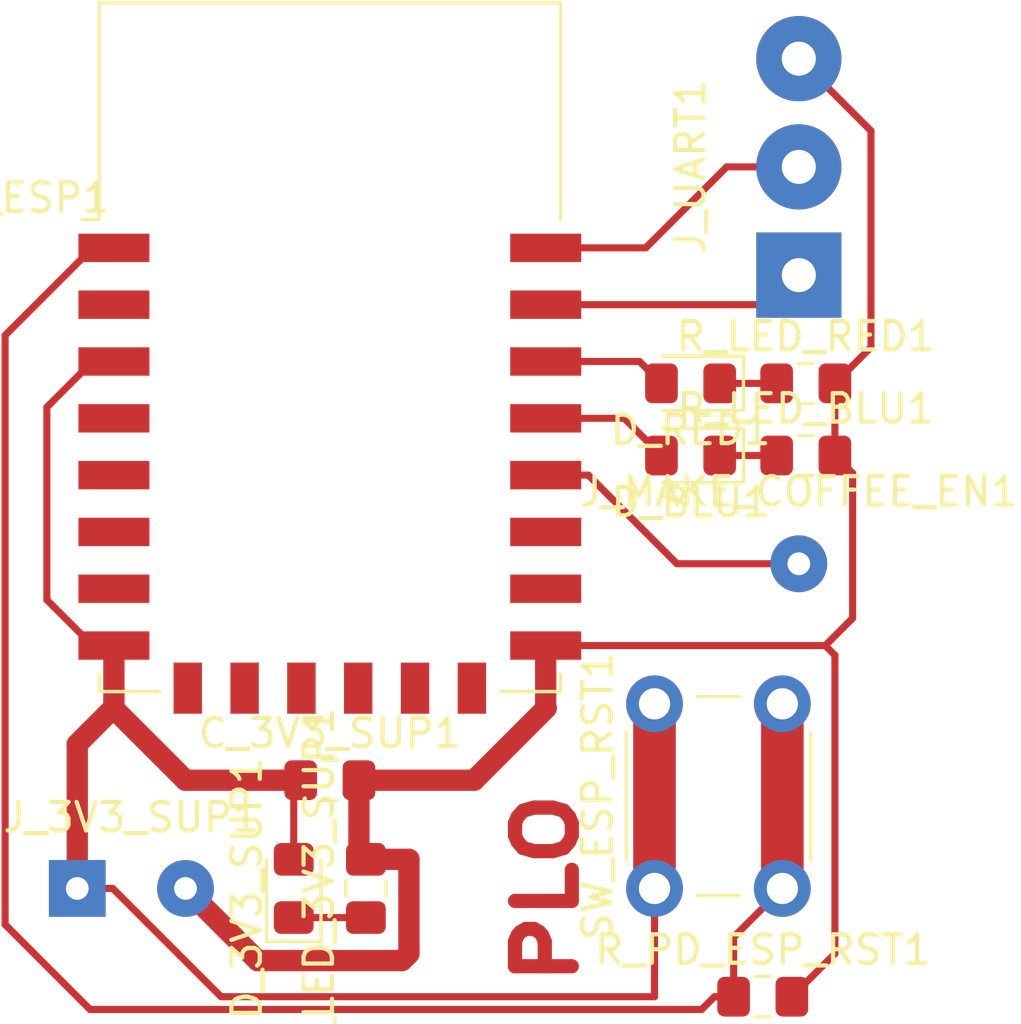
<source format=kicad_pcb>
(kicad_pcb (version 20171130) (host pcbnew "(5.0.1-3-g963ef8bb5)")

  (general
    (thickness 1.6)
    (drawings 1)
    (tracks 67)
    (zones 0)
    (modules 13)
    (nets 25)
  )

  (page A4)
  (layers
    (0 F.Cu signal)
    (31 B.Cu signal)
    (32 B.Adhes user)
    (33 F.Adhes user)
    (34 B.Paste user)
    (35 F.Paste user)
    (36 B.SilkS user)
    (37 F.SilkS user hide)
    (38 B.Mask user)
    (39 F.Mask user)
    (40 Dwgs.User user)
    (41 Cmts.User user)
    (42 Eco1.User user)
    (43 Eco2.User user)
    (44 Edge.Cuts user)
    (45 Margin user)
    (46 B.CrtYd user)
    (47 F.CrtYd user)
    (48 B.Fab user)
    (49 F.Fab user hide)
  )

  (setup
    (last_trace_width 0.25)
    (trace_clearance 0.2)
    (zone_clearance 0.508)
    (zone_45_only no)
    (trace_min 0.2)
    (segment_width 0.2)
    (edge_width 0.15)
    (via_size 0.8)
    (via_drill 0.4)
    (via_min_size 0.4)
    (via_min_drill 0.3)
    (uvia_size 0.3)
    (uvia_drill 0.1)
    (uvias_allowed no)
    (uvia_min_size 0.2)
    (uvia_min_drill 0.1)
    (pcb_text_width 0.3)
    (pcb_text_size 1.5 1.5)
    (mod_edge_width 0.15)
    (mod_text_size 1 1)
    (mod_text_width 0.15)
    (pad_size 1.524 1.524)
    (pad_drill 0.762)
    (pad_to_mask_clearance 0.051)
    (solder_mask_min_width 0.25)
    (aux_axis_origin 0 0)
    (visible_elements FFFFFF7F)
    (pcbplotparams
      (layerselection 0x010fc_ffffffff)
      (usegerberextensions false)
      (usegerberattributes false)
      (usegerberadvancedattributes false)
      (creategerberjobfile false)
      (excludeedgelayer true)
      (linewidth 0.100000)
      (plotframeref false)
      (viasonmask false)
      (mode 1)
      (useauxorigin false)
      (hpglpennumber 1)
      (hpglpenspeed 20)
      (hpglpendiameter 15.000000)
      (psnegative false)
      (psa4output false)
      (plotreference true)
      (plotvalue true)
      (plotinvisibletext false)
      (padsonsilk false)
      (subtractmaskfromsilk false)
      (outputformat 1)
      (mirror false)
      (drillshape 1)
      (scaleselection 1)
      (outputdirectory ""))
  )

  (net 0 "")
  (net 1 +3V3)
  (net 2 GND)
  (net 3 "Net-(D_3V3_SUP1-Pad1)")
  (net 4 LED_BLU)
  (net 5 "Net-(D_BLU1-Pad1)")
  (net 6 "Net-(D_RED1-Pad1)")
  (net 7 LED_RED)
  (net 8 MAKE_COFFEE_EN)
  (net 9 UART_RXD)
  (net 10 UART_TXD)
  (net 11 ESP_RST)
  (net 12 "Net-(U_ESP1-Pad2)")
  (net 13 "Net-(U_ESP1-Pad4)")
  (net 14 "Net-(U_ESP1-Pad5)")
  (net 15 "Net-(U_ESP1-Pad6)")
  (net 16 "Net-(U_ESP1-Pad7)")
  (net 17 "Net-(U_ESP1-Pad9)")
  (net 18 "Net-(U_ESP1-Pad10)")
  (net 19 "Net-(U_ESP1-Pad11)")
  (net 20 "Net-(U_ESP1-Pad12)")
  (net 21 "Net-(U_ESP1-Pad13)")
  (net 22 "Net-(U_ESP1-Pad14)")
  (net 23 "Net-(U_ESP1-Pad16)")
  (net 24 "Net-(U_ESP1-Pad17)")

  (net_class Default "This is the default net class."
    (clearance 0.2)
    (trace_width 0.25)
    (via_dia 0.8)
    (via_drill 0.4)
    (uvia_dia 0.3)
    (uvia_drill 0.1)
    (add_net +3V3)
    (add_net ESP_RST)
    (add_net GND)
    (add_net LED_BLU)
    (add_net LED_RED)
    (add_net MAKE_COFFEE_EN)
    (add_net "Net-(D_3V3_SUP1-Pad1)")
    (add_net "Net-(D_BLU1-Pad1)")
    (add_net "Net-(D_RED1-Pad1)")
    (add_net "Net-(U_ESP1-Pad10)")
    (add_net "Net-(U_ESP1-Pad11)")
    (add_net "Net-(U_ESP1-Pad12)")
    (add_net "Net-(U_ESP1-Pad13)")
    (add_net "Net-(U_ESP1-Pad14)")
    (add_net "Net-(U_ESP1-Pad16)")
    (add_net "Net-(U_ESP1-Pad17)")
    (add_net "Net-(U_ESP1-Pad2)")
    (add_net "Net-(U_ESP1-Pad4)")
    (add_net "Net-(U_ESP1-Pad5)")
    (add_net "Net-(U_ESP1-Pad6)")
    (add_net "Net-(U_ESP1-Pad7)")
    (add_net "Net-(U_ESP1-Pad9)")
    (add_net UART_RXD)
    (add_net UART_TXD)
  )

  (module RF_Module:ESP-12E (layer F.Cu) (tedit 5A030172) (tstamp 5C4076F1)
    (at 109.22 52.07)
    (descr "Wi-Fi Module, http://wiki.ai-thinker.com/_media/esp8266/docs/aithinker_esp_12f_datasheet_en.pdf")
    (tags "Wi-Fi Module")
    (path /5C28199C)
    (attr smd)
    (fp_text reference U_ESP1 (at -10.56 -5.26) (layer F.SilkS)
      (effects (font (size 1 1) (thickness 0.15)))
    )
    (fp_text value ESP8266-12E_ESP-12E (at -0.06 -12.78) (layer F.Fab)
      (effects (font (size 1 1) (thickness 0.15)))
    )
    (fp_text user Antenna (at -0.06 -7 180) (layer Cmts.User)
      (effects (font (size 1 1) (thickness 0.15)))
    )
    (fp_text user "KEEP-OUT ZONE" (at 0.03 -9.55 180) (layer Cmts.User)
      (effects (font (size 1 1) (thickness 0.15)))
    )
    (fp_text user %R (at 0.49 -0.8) (layer F.Fab)
      (effects (font (size 1 1) (thickness 0.15)))
    )
    (fp_line (start -8 -12) (end 8 -12) (layer F.Fab) (width 0.12))
    (fp_line (start 8 -12) (end 8 12) (layer F.Fab) (width 0.12))
    (fp_line (start 8 12) (end -8 12) (layer F.Fab) (width 0.12))
    (fp_line (start -8 12) (end -8 -3) (layer F.Fab) (width 0.12))
    (fp_line (start -8 -3) (end -7.5 -3.5) (layer F.Fab) (width 0.12))
    (fp_line (start -7.5 -3.5) (end -8 -4) (layer F.Fab) (width 0.12))
    (fp_line (start -8 -4) (end -8 -12) (layer F.Fab) (width 0.12))
    (fp_line (start -9.05 -12.2) (end 9.05 -12.2) (layer F.CrtYd) (width 0.05))
    (fp_line (start 9.05 -12.2) (end 9.05 13.1) (layer F.CrtYd) (width 0.05))
    (fp_line (start 9.05 13.1) (end -9.05 13.1) (layer F.CrtYd) (width 0.05))
    (fp_line (start -9.05 13.1) (end -9.05 -12.2) (layer F.CrtYd) (width 0.05))
    (fp_line (start -8.12 -12.12) (end 8.12 -12.12) (layer F.SilkS) (width 0.12))
    (fp_line (start 8.12 -12.12) (end 8.12 -4.5) (layer F.SilkS) (width 0.12))
    (fp_line (start 8.12 11.5) (end 8.12 12.12) (layer F.SilkS) (width 0.12))
    (fp_line (start 8.12 12.12) (end 6 12.12) (layer F.SilkS) (width 0.12))
    (fp_line (start -6 12.12) (end -8.12 12.12) (layer F.SilkS) (width 0.12))
    (fp_line (start -8.12 12.12) (end -8.12 11.5) (layer F.SilkS) (width 0.12))
    (fp_line (start -8.12 -4.5) (end -8.12 -12.12) (layer F.SilkS) (width 0.12))
    (fp_line (start -8.12 -4.5) (end -8.73 -4.5) (layer F.SilkS) (width 0.12))
    (fp_line (start -8.12 -12.12) (end 8.12 -12.12) (layer Dwgs.User) (width 0.12))
    (fp_line (start 8.12 -12.12) (end 8.12 -4.8) (layer Dwgs.User) (width 0.12))
    (fp_line (start 8.12 -4.8) (end -8.12 -4.8) (layer Dwgs.User) (width 0.12))
    (fp_line (start -8.12 -4.8) (end -8.12 -12.12) (layer Dwgs.User) (width 0.12))
    (fp_line (start -8.12 -9.12) (end -5.12 -12.12) (layer Dwgs.User) (width 0.12))
    (fp_line (start -8.12 -6.12) (end -2.12 -12.12) (layer Dwgs.User) (width 0.12))
    (fp_line (start -6.44 -4.8) (end 0.88 -12.12) (layer Dwgs.User) (width 0.12))
    (fp_line (start -3.44 -4.8) (end 3.88 -12.12) (layer Dwgs.User) (width 0.12))
    (fp_line (start -0.44 -4.8) (end 6.88 -12.12) (layer Dwgs.User) (width 0.12))
    (fp_line (start 2.56 -4.8) (end 8.12 -10.36) (layer Dwgs.User) (width 0.12))
    (fp_line (start 5.56 -4.8) (end 8.12 -7.36) (layer Dwgs.User) (width 0.12))
    (pad 1 smd rect (at -7.6 -3.5) (size 2.5 1) (layers F.Cu F.Paste F.Mask)
      (net 11 ESP_RST))
    (pad 2 smd rect (at -7.6 -1.5) (size 2.5 1) (layers F.Cu F.Paste F.Mask)
      (net 12 "Net-(U_ESP1-Pad2)"))
    (pad 3 smd rect (at -7.6 0.5) (size 2.5 1) (layers F.Cu F.Paste F.Mask)
      (net 1 +3V3))
    (pad 4 smd rect (at -7.6 2.5) (size 2.5 1) (layers F.Cu F.Paste F.Mask)
      (net 13 "Net-(U_ESP1-Pad4)"))
    (pad 5 smd rect (at -7.6 4.5) (size 2.5 1) (layers F.Cu F.Paste F.Mask)
      (net 14 "Net-(U_ESP1-Pad5)"))
    (pad 6 smd rect (at -7.6 6.5) (size 2.5 1) (layers F.Cu F.Paste F.Mask)
      (net 15 "Net-(U_ESP1-Pad6)"))
    (pad 7 smd rect (at -7.6 8.5) (size 2.5 1) (layers F.Cu F.Paste F.Mask)
      (net 16 "Net-(U_ESP1-Pad7)"))
    (pad 8 smd rect (at -7.6 10.5) (size 2.5 1) (layers F.Cu F.Paste F.Mask)
      (net 1 +3V3))
    (pad 9 smd rect (at -5 12) (size 1 1.8) (layers F.Cu F.Paste F.Mask)
      (net 17 "Net-(U_ESP1-Pad9)"))
    (pad 10 smd rect (at -3 12) (size 1 1.8) (layers F.Cu F.Paste F.Mask)
      (net 18 "Net-(U_ESP1-Pad10)"))
    (pad 11 smd rect (at -1 12) (size 1 1.8) (layers F.Cu F.Paste F.Mask)
      (net 19 "Net-(U_ESP1-Pad11)"))
    (pad 12 smd rect (at 1 12) (size 1 1.8) (layers F.Cu F.Paste F.Mask)
      (net 20 "Net-(U_ESP1-Pad12)"))
    (pad 13 smd rect (at 3 12) (size 1 1.8) (layers F.Cu F.Paste F.Mask)
      (net 21 "Net-(U_ESP1-Pad13)"))
    (pad 14 smd rect (at 5 12) (size 1 1.8) (layers F.Cu F.Paste F.Mask)
      (net 22 "Net-(U_ESP1-Pad14)"))
    (pad 15 smd rect (at 7.6 10.5) (size 2.5 1) (layers F.Cu F.Paste F.Mask)
      (net 2 GND))
    (pad 16 smd rect (at 7.6 8.5) (size 2.5 1) (layers F.Cu F.Paste F.Mask)
      (net 23 "Net-(U_ESP1-Pad16)"))
    (pad 17 smd rect (at 7.6 6.5) (size 2.5 1) (layers F.Cu F.Paste F.Mask)
      (net 24 "Net-(U_ESP1-Pad17)"))
    (pad 18 smd rect (at 7.6 4.5) (size 2.5 1) (layers F.Cu F.Paste F.Mask)
      (net 8 MAKE_COFFEE_EN))
    (pad 19 smd rect (at 7.6 2.5) (size 2.5 1) (layers F.Cu F.Paste F.Mask)
      (net 4 LED_BLU))
    (pad 20 smd rect (at 7.6 0.5) (size 2.5 1) (layers F.Cu F.Paste F.Mask)
      (net 7 LED_RED))
    (pad 21 smd rect (at 7.6 -1.5) (size 2.5 1) (layers F.Cu F.Paste F.Mask)
      (net 9 UART_RXD))
    (pad 22 smd rect (at 7.6 -3.5) (size 2.5 1) (layers F.Cu F.Paste F.Mask)
      (net 10 UART_TXD))
    (model ${KISYS3DMOD}/RF_Module.3dshapes/ESP-12E.wrl
      (at (xyz 0 0 0))
      (scale (xyz 1 1 1))
      (rotate (xyz 0 0 0))
    )
  )

  (module Button_Switch_THT:SW_PUSH_6mm (layer F.Cu) (tedit 5A02FE31) (tstamp 5C409422)
    (at 120.65 71.12 90)
    (descr https://www.omron.com/ecb/products/pdf/en-b3f.pdf)
    (tags "tact sw push 6mm")
    (path /5C33F1D4)
    (fp_text reference SW_ESP_RST1 (at 3.25 -2 90) (layer F.SilkS)
      (effects (font (size 1 1) (thickness 0.15)))
    )
    (fp_text value SW_SPST (at 3.75 6.7 90) (layer F.Fab)
      (effects (font (size 1 1) (thickness 0.15)))
    )
    (fp_text user %R (at 3.25 2.25 90) (layer F.Fab)
      (effects (font (size 1 1) (thickness 0.15)))
    )
    (fp_line (start 3.25 -0.75) (end 6.25 -0.75) (layer F.Fab) (width 0.1))
    (fp_line (start 6.25 -0.75) (end 6.25 5.25) (layer F.Fab) (width 0.1))
    (fp_line (start 6.25 5.25) (end 0.25 5.25) (layer F.Fab) (width 0.1))
    (fp_line (start 0.25 5.25) (end 0.25 -0.75) (layer F.Fab) (width 0.1))
    (fp_line (start 0.25 -0.75) (end 3.25 -0.75) (layer F.Fab) (width 0.1))
    (fp_line (start 7.75 6) (end 8 6) (layer F.CrtYd) (width 0.05))
    (fp_line (start 8 6) (end 8 5.75) (layer F.CrtYd) (width 0.05))
    (fp_line (start 7.75 -1.5) (end 8 -1.5) (layer F.CrtYd) (width 0.05))
    (fp_line (start 8 -1.5) (end 8 -1.25) (layer F.CrtYd) (width 0.05))
    (fp_line (start -1.5 -1.25) (end -1.5 -1.5) (layer F.CrtYd) (width 0.05))
    (fp_line (start -1.5 -1.5) (end -1.25 -1.5) (layer F.CrtYd) (width 0.05))
    (fp_line (start -1.5 5.75) (end -1.5 6) (layer F.CrtYd) (width 0.05))
    (fp_line (start -1.5 6) (end -1.25 6) (layer F.CrtYd) (width 0.05))
    (fp_line (start -1.25 -1.5) (end 7.75 -1.5) (layer F.CrtYd) (width 0.05))
    (fp_line (start -1.5 5.75) (end -1.5 -1.25) (layer F.CrtYd) (width 0.05))
    (fp_line (start 7.75 6) (end -1.25 6) (layer F.CrtYd) (width 0.05))
    (fp_line (start 8 -1.25) (end 8 5.75) (layer F.CrtYd) (width 0.05))
    (fp_line (start 1 5.5) (end 5.5 5.5) (layer F.SilkS) (width 0.12))
    (fp_line (start -0.25 1.5) (end -0.25 3) (layer F.SilkS) (width 0.12))
    (fp_line (start 5.5 -1) (end 1 -1) (layer F.SilkS) (width 0.12))
    (fp_line (start 6.75 3) (end 6.75 1.5) (layer F.SilkS) (width 0.12))
    (fp_circle (center 3.25 2.25) (end 1.25 2.5) (layer F.Fab) (width 0.1))
    (pad 2 thru_hole circle (at 0 4.5 180) (size 2 2) (drill 1.1) (layers *.Cu *.Mask)
      (net 11 ESP_RST))
    (pad 1 thru_hole circle (at 0 0 180) (size 2 2) (drill 1.1) (layers *.Cu *.Mask)
      (net 1 +3V3))
    (pad 2 thru_hole circle (at 6.5 4.5 180) (size 2 2) (drill 1.1) (layers *.Cu *.Mask)
      (net 11 ESP_RST))
    (pad 1 thru_hole circle (at 6.5 0 180) (size 2 2) (drill 1.1) (layers *.Cu *.Mask)
      (net 1 +3V3))
    (model ${KISYS3DMOD}/Button_Switch_THT.3dshapes/SW_PUSH_6mm.wrl
      (at (xyz 0 0 0))
      (scale (xyz 1 1 1))
      (rotate (xyz 0 0 0))
    )
  )

  (module Capacitor_SMD:C_0805_2012Metric_Pad1.15x1.40mm_HandSolder (layer F.Cu) (tedit 5B36C52B) (tstamp 5C4075FE)
    (at 109.22 67.31)
    (descr "Capacitor SMD 0805 (2012 Metric), square (rectangular) end terminal, IPC_7351 nominal with elongated pad for handsoldering. (Body size source: https://docs.google.com/spreadsheets/d/1BsfQQcO9C6DZCsRaXUlFlo91Tg2WpOkGARC1WS5S8t0/edit?usp=sharing), generated with kicad-footprint-generator")
    (tags "capacitor handsolder")
    (path /5C3432B0)
    (attr smd)
    (fp_text reference C_3V3_SUP1 (at 0 -1.65) (layer F.SilkS)
      (effects (font (size 1 1) (thickness 0.15)))
    )
    (fp_text value 1u (at 0 1.65) (layer F.Fab)
      (effects (font (size 1 1) (thickness 0.15)))
    )
    (fp_line (start -1 0.6) (end -1 -0.6) (layer F.Fab) (width 0.1))
    (fp_line (start -1 -0.6) (end 1 -0.6) (layer F.Fab) (width 0.1))
    (fp_line (start 1 -0.6) (end 1 0.6) (layer F.Fab) (width 0.1))
    (fp_line (start 1 0.6) (end -1 0.6) (layer F.Fab) (width 0.1))
    (fp_line (start -0.261252 -0.71) (end 0.261252 -0.71) (layer F.SilkS) (width 0.12))
    (fp_line (start -0.261252 0.71) (end 0.261252 0.71) (layer F.SilkS) (width 0.12))
    (fp_line (start -1.85 0.95) (end -1.85 -0.95) (layer F.CrtYd) (width 0.05))
    (fp_line (start -1.85 -0.95) (end 1.85 -0.95) (layer F.CrtYd) (width 0.05))
    (fp_line (start 1.85 -0.95) (end 1.85 0.95) (layer F.CrtYd) (width 0.05))
    (fp_line (start 1.85 0.95) (end -1.85 0.95) (layer F.CrtYd) (width 0.05))
    (fp_text user %R (at 0 0) (layer F.Fab)
      (effects (font (size 0.5 0.5) (thickness 0.08)))
    )
    (pad 1 smd roundrect (at -1.025 0) (size 1.15 1.4) (layers F.Cu F.Paste F.Mask) (roundrect_rratio 0.217391)
      (net 1 +3V3))
    (pad 2 smd roundrect (at 1.025 0) (size 1.15 1.4) (layers F.Cu F.Paste F.Mask) (roundrect_rratio 0.217391)
      (net 2 GND))
    (model ${KISYS3DMOD}/Capacitor_SMD.3dshapes/C_0805_2012Metric.wrl
      (at (xyz 0 0 0))
      (scale (xyz 1 1 1))
      (rotate (xyz 0 0 0))
    )
  )

  (module LED_SMD:LED_0805_2012Metric_Pad1.15x1.40mm_HandSolder (layer F.Cu) (tedit 5B4B45C9) (tstamp 5C407611)
    (at 107.95 71.12 90)
    (descr "LED SMD 0805 (2012 Metric), square (rectangular) end terminal, IPC_7351 nominal, (Body size source: https://docs.google.com/spreadsheets/d/1BsfQQcO9C6DZCsRaXUlFlo91Tg2WpOkGARC1WS5S8t0/edit?usp=sharing), generated with kicad-footprint-generator")
    (tags "LED handsolder")
    (path /5C34226A)
    (attr smd)
    (fp_text reference D_3V3_SUP1 (at 0 -1.65 90) (layer F.SilkS)
      (effects (font (size 1 1) (thickness 0.15)))
    )
    (fp_text value LED (at 0 1.65 90) (layer F.Fab)
      (effects (font (size 1 1) (thickness 0.15)))
    )
    (fp_line (start 1 -0.6) (end -0.7 -0.6) (layer F.Fab) (width 0.1))
    (fp_line (start -0.7 -0.6) (end -1 -0.3) (layer F.Fab) (width 0.1))
    (fp_line (start -1 -0.3) (end -1 0.6) (layer F.Fab) (width 0.1))
    (fp_line (start -1 0.6) (end 1 0.6) (layer F.Fab) (width 0.1))
    (fp_line (start 1 0.6) (end 1 -0.6) (layer F.Fab) (width 0.1))
    (fp_line (start 1 -0.96) (end -1.86 -0.96) (layer F.SilkS) (width 0.12))
    (fp_line (start -1.86 -0.96) (end -1.86 0.96) (layer F.SilkS) (width 0.12))
    (fp_line (start -1.86 0.96) (end 1 0.96) (layer F.SilkS) (width 0.12))
    (fp_line (start -1.85 0.95) (end -1.85 -0.95) (layer F.CrtYd) (width 0.05))
    (fp_line (start -1.85 -0.95) (end 1.85 -0.95) (layer F.CrtYd) (width 0.05))
    (fp_line (start 1.85 -0.95) (end 1.85 0.95) (layer F.CrtYd) (width 0.05))
    (fp_line (start 1.85 0.95) (end -1.85 0.95) (layer F.CrtYd) (width 0.05))
    (fp_text user %R (at 0 0 90) (layer F.Fab)
      (effects (font (size 0.5 0.5) (thickness 0.08)))
    )
    (pad 1 smd roundrect (at -1.025 0 90) (size 1.15 1.4) (layers F.Cu F.Paste F.Mask) (roundrect_rratio 0.217391)
      (net 3 "Net-(D_3V3_SUP1-Pad1)"))
    (pad 2 smd roundrect (at 1.025 0 90) (size 1.15 1.4) (layers F.Cu F.Paste F.Mask) (roundrect_rratio 0.217391)
      (net 1 +3V3))
    (model ${KISYS3DMOD}/LED_SMD.3dshapes/LED_0805_2012Metric.wrl
      (at (xyz 0 0 0))
      (scale (xyz 1 1 1))
      (rotate (xyz 0 0 0))
    )
  )

  (module LED_SMD:LED_0805_2012Metric_Pad1.15x1.40mm_HandSolder (layer F.Cu) (tedit 5B4B45C9) (tstamp 5C407624)
    (at 121.92 55.88 180)
    (descr "LED SMD 0805 (2012 Metric), square (rectangular) end terminal, IPC_7351 nominal, (Body size source: https://docs.google.com/spreadsheets/d/1BsfQQcO9C6DZCsRaXUlFlo91Tg2WpOkGARC1WS5S8t0/edit?usp=sharing), generated with kicad-footprint-generator")
    (tags "LED handsolder")
    (path /5C3695BC)
    (attr smd)
    (fp_text reference D_BLU1 (at 0 -1.65 180) (layer F.SilkS)
      (effects (font (size 1 1) (thickness 0.15)))
    )
    (fp_text value LED (at 0 1.65 180) (layer F.Fab)
      (effects (font (size 1 1) (thickness 0.15)))
    )
    (fp_text user %R (at 0 0 180) (layer F.Fab)
      (effects (font (size 0.5 0.5) (thickness 0.08)))
    )
    (fp_line (start 1.85 0.95) (end -1.85 0.95) (layer F.CrtYd) (width 0.05))
    (fp_line (start 1.85 -0.95) (end 1.85 0.95) (layer F.CrtYd) (width 0.05))
    (fp_line (start -1.85 -0.95) (end 1.85 -0.95) (layer F.CrtYd) (width 0.05))
    (fp_line (start -1.85 0.95) (end -1.85 -0.95) (layer F.CrtYd) (width 0.05))
    (fp_line (start -1.86 0.96) (end 1 0.96) (layer F.SilkS) (width 0.12))
    (fp_line (start -1.86 -0.96) (end -1.86 0.96) (layer F.SilkS) (width 0.12))
    (fp_line (start 1 -0.96) (end -1.86 -0.96) (layer F.SilkS) (width 0.12))
    (fp_line (start 1 0.6) (end 1 -0.6) (layer F.Fab) (width 0.1))
    (fp_line (start -1 0.6) (end 1 0.6) (layer F.Fab) (width 0.1))
    (fp_line (start -1 -0.3) (end -1 0.6) (layer F.Fab) (width 0.1))
    (fp_line (start -0.7 -0.6) (end -1 -0.3) (layer F.Fab) (width 0.1))
    (fp_line (start 1 -0.6) (end -0.7 -0.6) (layer F.Fab) (width 0.1))
    (pad 2 smd roundrect (at 1.025 0 180) (size 1.15 1.4) (layers F.Cu F.Paste F.Mask) (roundrect_rratio 0.217391)
      (net 4 LED_BLU))
    (pad 1 smd roundrect (at -1.025 0 180) (size 1.15 1.4) (layers F.Cu F.Paste F.Mask) (roundrect_rratio 0.217391)
      (net 5 "Net-(D_BLU1-Pad1)"))
    (model ${KISYS3DMOD}/LED_SMD.3dshapes/LED_0805_2012Metric.wrl
      (at (xyz 0 0 0))
      (scale (xyz 1 1 1))
      (rotate (xyz 0 0 0))
    )
  )

  (module LED_SMD:LED_0805_2012Metric_Pad1.15x1.40mm_HandSolder (layer F.Cu) (tedit 5B4B45C9) (tstamp 5C407637)
    (at 121.92 53.34 180)
    (descr "LED SMD 0805 (2012 Metric), square (rectangular) end terminal, IPC_7351 nominal, (Body size source: https://docs.google.com/spreadsheets/d/1BsfQQcO9C6DZCsRaXUlFlo91Tg2WpOkGARC1WS5S8t0/edit?usp=sharing), generated with kicad-footprint-generator")
    (tags "LED handsolder")
    (path /5C36CEF3)
    (attr smd)
    (fp_text reference D_RED1 (at 0 -1.65 180) (layer F.SilkS)
      (effects (font (size 1 1) (thickness 0.15)))
    )
    (fp_text value LED (at 0 1.65 180) (layer F.Fab)
      (effects (font (size 1 1) (thickness 0.15)))
    )
    (fp_line (start 1 -0.6) (end -0.7 -0.6) (layer F.Fab) (width 0.1))
    (fp_line (start -0.7 -0.6) (end -1 -0.3) (layer F.Fab) (width 0.1))
    (fp_line (start -1 -0.3) (end -1 0.6) (layer F.Fab) (width 0.1))
    (fp_line (start -1 0.6) (end 1 0.6) (layer F.Fab) (width 0.1))
    (fp_line (start 1 0.6) (end 1 -0.6) (layer F.Fab) (width 0.1))
    (fp_line (start 1 -0.96) (end -1.86 -0.96) (layer F.SilkS) (width 0.12))
    (fp_line (start -1.86 -0.96) (end -1.86 0.96) (layer F.SilkS) (width 0.12))
    (fp_line (start -1.86 0.96) (end 1 0.96) (layer F.SilkS) (width 0.12))
    (fp_line (start -1.85 0.95) (end -1.85 -0.95) (layer F.CrtYd) (width 0.05))
    (fp_line (start -1.85 -0.95) (end 1.85 -0.95) (layer F.CrtYd) (width 0.05))
    (fp_line (start 1.85 -0.95) (end 1.85 0.95) (layer F.CrtYd) (width 0.05))
    (fp_line (start 1.85 0.95) (end -1.85 0.95) (layer F.CrtYd) (width 0.05))
    (fp_text user %R (at 0 0 180) (layer F.Fab)
      (effects (font (size 0.5 0.5) (thickness 0.08)))
    )
    (pad 1 smd roundrect (at -1.025 0 180) (size 1.15 1.4) (layers F.Cu F.Paste F.Mask) (roundrect_rratio 0.217391)
      (net 6 "Net-(D_RED1-Pad1)"))
    (pad 2 smd roundrect (at 1.025 0 180) (size 1.15 1.4) (layers F.Cu F.Paste F.Mask) (roundrect_rratio 0.217391)
      (net 7 LED_RED))
    (model ${KISYS3DMOD}/LED_SMD.3dshapes/LED_0805_2012Metric.wrl
      (at (xyz 0 0 0))
      (scale (xyz 1 1 1))
      (rotate (xyz 0 0 0))
    )
  )

  (module Connector_Wire:SolderWirePad_1x02_P3.81mm_Drill0.8mm (layer F.Cu) (tedit 5AEE54BF) (tstamp 5C407642)
    (at 100.33 71.12)
    (descr "Wire solder connection")
    (tags connector)
    (path /5C3409D8)
    (attr virtual)
    (fp_text reference J_3V3_SUP1 (at 1.905 -2.5) (layer F.SilkS)
      (effects (font (size 1 1) (thickness 0.15)))
    )
    (fp_text value Conn_01x02 (at 1.905 2.54) (layer F.Fab)
      (effects (font (size 1 1) (thickness 0.15)))
    )
    (fp_text user %R (at 1.905 0) (layer F.Fab)
      (effects (font (size 1 1) (thickness 0.15)))
    )
    (fp_line (start -1.49 -1.5) (end 5.31 -1.5) (layer F.CrtYd) (width 0.05))
    (fp_line (start -1.49 -1.5) (end -1.49 1.5) (layer F.CrtYd) (width 0.05))
    (fp_line (start 5.31 1.5) (end 5.31 -1.5) (layer F.CrtYd) (width 0.05))
    (fp_line (start 5.31 1.5) (end -1.49 1.5) (layer F.CrtYd) (width 0.05))
    (pad 1 thru_hole rect (at 0 0) (size 1.99898 1.99898) (drill 0.8001) (layers *.Cu *.Mask)
      (net 1 +3V3))
    (pad 2 thru_hole circle (at 3.81 0) (size 1.99898 1.99898) (drill 0.8001) (layers *.Cu *.Mask)
      (net 2 GND))
  )

  (module Connector_Wire:SolderWirePad_1x01_Drill0.8mm (layer F.Cu) (tedit 5C368B82) (tstamp 5C40764C)
    (at 125.73 59.69)
    (descr "Wire solder connection")
    (tags connector)
    (path /5C359698)
    (attr virtual)
    (fp_text reference J_MAKE_COFFEE_EN1 (at 0 -2.54) (layer F.SilkS)
      (effects (font (size 1 1) (thickness 0.15)))
    )
    (fp_text value Conn_01x01 (at 0 2.54) (layer F.Fab)
      (effects (font (size 1 1) (thickness 0.15)))
    )
    (fp_text user %R (at 0 0) (layer F.Fab)
      (effects (font (size 1 1) (thickness 0.15)))
    )
    (fp_line (start -1.5 -1.5) (end 1.5 -1.5) (layer F.CrtYd) (width 0.05))
    (fp_line (start -1.5 -1.5) (end -1.5 1.5) (layer F.CrtYd) (width 0.05))
    (fp_line (start 1.5 1.5) (end 1.5 -1.5) (layer F.CrtYd) (width 0.05))
    (fp_line (start 1.5 1.5) (end -1.5 1.5) (layer F.CrtYd) (width 0.05))
    (pad 1 thru_hole circle (at 0 0) (size 1.99898 1.99898) (drill 0.8001) (layers *.Cu *.Mask)
      (net 8 MAKE_COFFEE_EN))
  )

  (module Connector_Wire:SolderWirePad_1x03_P3.81mm_Drill1.2mm (layer F.Cu) (tedit 5AEE5F4D) (tstamp 5C407658)
    (at 125.73 49.53 90)
    (descr "Wire solder connection")
    (tags connector)
    (path /5C360B9B)
    (attr virtual)
    (fp_text reference J_UART1 (at 3.81 -3.81 90) (layer F.SilkS)
      (effects (font (size 1 1) (thickness 0.15)))
    )
    (fp_text value Conn_01x03 (at 3.81 3.81 90) (layer F.Fab)
      (effects (font (size 1 1) (thickness 0.15)))
    )
    (fp_text user %R (at 3.81 0 90) (layer F.Fab)
      (effects (font (size 1 1) (thickness 0.15)))
    )
    (fp_line (start -2 -2) (end 9.62 -2) (layer F.CrtYd) (width 0.05))
    (fp_line (start -2 -2) (end -2 2) (layer F.CrtYd) (width 0.05))
    (fp_line (start 9.62 2) (end 9.62 -2) (layer F.CrtYd) (width 0.05))
    (fp_line (start 9.62 2) (end -2 2) (layer F.CrtYd) (width 0.05))
    (pad 1 thru_hole rect (at 0 0 90) (size 2.99974 2.99974) (drill 1.19888) (layers *.Cu *.Mask)
      (net 9 UART_RXD))
    (pad 2 thru_hole circle (at 3.81 0 90) (size 2.99974 2.99974) (drill 1.19888) (layers *.Cu *.Mask)
      (net 10 UART_TXD))
    (pad 3 thru_hole circle (at 7.62 0 90) (size 2.99974 2.99974) (drill 1.19888) (layers *.Cu *.Mask)
      (net 2 GND))
  )

  (module Resistor_SMD:R_0805_2012Metric_Pad1.15x1.40mm_HandSolder (layer F.Cu) (tedit 5B36C52B) (tstamp 5C407669)
    (at 110.49 71.12 90)
    (descr "Resistor SMD 0805 (2012 Metric), square (rectangular) end terminal, IPC_7351 nominal with elongated pad for handsoldering. (Body size source: https://docs.google.com/spreadsheets/d/1BsfQQcO9C6DZCsRaXUlFlo91Tg2WpOkGARC1WS5S8t0/edit?usp=sharing), generated with kicad-footprint-generator")
    (tags "resistor handsolder")
    (path /5C342374)
    (attr smd)
    (fp_text reference R_LED_3V3_SUP1 (at 0 -1.65 90) (layer F.SilkS)
      (effects (font (size 1 1) (thickness 0.15)))
    )
    (fp_text value R (at 0 1.65 90) (layer F.Fab)
      (effects (font (size 1 1) (thickness 0.15)))
    )
    (fp_text user %R (at 0 0 90) (layer F.Fab)
      (effects (font (size 0.5 0.5) (thickness 0.08)))
    )
    (fp_line (start 1.85 0.95) (end -1.85 0.95) (layer F.CrtYd) (width 0.05))
    (fp_line (start 1.85 -0.95) (end 1.85 0.95) (layer F.CrtYd) (width 0.05))
    (fp_line (start -1.85 -0.95) (end 1.85 -0.95) (layer F.CrtYd) (width 0.05))
    (fp_line (start -1.85 0.95) (end -1.85 -0.95) (layer F.CrtYd) (width 0.05))
    (fp_line (start -0.261252 0.71) (end 0.261252 0.71) (layer F.SilkS) (width 0.12))
    (fp_line (start -0.261252 -0.71) (end 0.261252 -0.71) (layer F.SilkS) (width 0.12))
    (fp_line (start 1 0.6) (end -1 0.6) (layer F.Fab) (width 0.1))
    (fp_line (start 1 -0.6) (end 1 0.6) (layer F.Fab) (width 0.1))
    (fp_line (start -1 -0.6) (end 1 -0.6) (layer F.Fab) (width 0.1))
    (fp_line (start -1 0.6) (end -1 -0.6) (layer F.Fab) (width 0.1))
    (pad 2 smd roundrect (at 1.025 0 90) (size 1.15 1.4) (layers F.Cu F.Paste F.Mask) (roundrect_rratio 0.217391)
      (net 2 GND))
    (pad 1 smd roundrect (at -1.025 0 90) (size 1.15 1.4) (layers F.Cu F.Paste F.Mask) (roundrect_rratio 0.217391)
      (net 3 "Net-(D_3V3_SUP1-Pad1)"))
    (model ${KISYS3DMOD}/Resistor_SMD.3dshapes/R_0805_2012Metric.wrl
      (at (xyz 0 0 0))
      (scale (xyz 1 1 1))
      (rotate (xyz 0 0 0))
    )
  )

  (module Resistor_SMD:R_0805_2012Metric_Pad1.15x1.40mm_HandSolder (layer F.Cu) (tedit 5B36C52B) (tstamp 5C40767A)
    (at 125.975 55.88)
    (descr "Resistor SMD 0805 (2012 Metric), square (rectangular) end terminal, IPC_7351 nominal with elongated pad for handsoldering. (Body size source: https://docs.google.com/spreadsheets/d/1BsfQQcO9C6DZCsRaXUlFlo91Tg2WpOkGARC1WS5S8t0/edit?usp=sharing), generated with kicad-footprint-generator")
    (tags "resistor handsolder")
    (path /5C3699A4)
    (attr smd)
    (fp_text reference R_LED_BLU1 (at 0 -1.65) (layer F.SilkS)
      (effects (font (size 1 1) (thickness 0.15)))
    )
    (fp_text value R (at 0 1.65) (layer F.Fab)
      (effects (font (size 1 1) (thickness 0.15)))
    )
    (fp_line (start -1 0.6) (end -1 -0.6) (layer F.Fab) (width 0.1))
    (fp_line (start -1 -0.6) (end 1 -0.6) (layer F.Fab) (width 0.1))
    (fp_line (start 1 -0.6) (end 1 0.6) (layer F.Fab) (width 0.1))
    (fp_line (start 1 0.6) (end -1 0.6) (layer F.Fab) (width 0.1))
    (fp_line (start -0.261252 -0.71) (end 0.261252 -0.71) (layer F.SilkS) (width 0.12))
    (fp_line (start -0.261252 0.71) (end 0.261252 0.71) (layer F.SilkS) (width 0.12))
    (fp_line (start -1.85 0.95) (end -1.85 -0.95) (layer F.CrtYd) (width 0.05))
    (fp_line (start -1.85 -0.95) (end 1.85 -0.95) (layer F.CrtYd) (width 0.05))
    (fp_line (start 1.85 -0.95) (end 1.85 0.95) (layer F.CrtYd) (width 0.05))
    (fp_line (start 1.85 0.95) (end -1.85 0.95) (layer F.CrtYd) (width 0.05))
    (fp_text user %R (at 0 0) (layer F.Fab)
      (effects (font (size 0.5 0.5) (thickness 0.08)))
    )
    (pad 1 smd roundrect (at -1.025 0) (size 1.15 1.4) (layers F.Cu F.Paste F.Mask) (roundrect_rratio 0.217391)
      (net 5 "Net-(D_BLU1-Pad1)"))
    (pad 2 smd roundrect (at 1.025 0) (size 1.15 1.4) (layers F.Cu F.Paste F.Mask) (roundrect_rratio 0.217391)
      (net 2 GND))
    (model ${KISYS3DMOD}/Resistor_SMD.3dshapes/R_0805_2012Metric.wrl
      (at (xyz 0 0 0))
      (scale (xyz 1 1 1))
      (rotate (xyz 0 0 0))
    )
  )

  (module Resistor_SMD:R_0805_2012Metric_Pad1.15x1.40mm_HandSolder (layer F.Cu) (tedit 5B36C52B) (tstamp 5C40768B)
    (at 125.975 53.34)
    (descr "Resistor SMD 0805 (2012 Metric), square (rectangular) end terminal, IPC_7351 nominal with elongated pad for handsoldering. (Body size source: https://docs.google.com/spreadsheets/d/1BsfQQcO9C6DZCsRaXUlFlo91Tg2WpOkGARC1WS5S8t0/edit?usp=sharing), generated with kicad-footprint-generator")
    (tags "resistor handsolder")
    (path /5C36CEFF)
    (attr smd)
    (fp_text reference R_LED_RED1 (at 0 -1.65) (layer F.SilkS)
      (effects (font (size 1 1) (thickness 0.15)))
    )
    (fp_text value R (at 0 1.65) (layer F.Fab)
      (effects (font (size 1 1) (thickness 0.15)))
    )
    (fp_text user %R (at 0 0) (layer F.Fab)
      (effects (font (size 0.5 0.5) (thickness 0.08)))
    )
    (fp_line (start 1.85 0.95) (end -1.85 0.95) (layer F.CrtYd) (width 0.05))
    (fp_line (start 1.85 -0.95) (end 1.85 0.95) (layer F.CrtYd) (width 0.05))
    (fp_line (start -1.85 -0.95) (end 1.85 -0.95) (layer F.CrtYd) (width 0.05))
    (fp_line (start -1.85 0.95) (end -1.85 -0.95) (layer F.CrtYd) (width 0.05))
    (fp_line (start -0.261252 0.71) (end 0.261252 0.71) (layer F.SilkS) (width 0.12))
    (fp_line (start -0.261252 -0.71) (end 0.261252 -0.71) (layer F.SilkS) (width 0.12))
    (fp_line (start 1 0.6) (end -1 0.6) (layer F.Fab) (width 0.1))
    (fp_line (start 1 -0.6) (end 1 0.6) (layer F.Fab) (width 0.1))
    (fp_line (start -1 -0.6) (end 1 -0.6) (layer F.Fab) (width 0.1))
    (fp_line (start -1 0.6) (end -1 -0.6) (layer F.Fab) (width 0.1))
    (pad 2 smd roundrect (at 1.025 0) (size 1.15 1.4) (layers F.Cu F.Paste F.Mask) (roundrect_rratio 0.217391)
      (net 2 GND))
    (pad 1 smd roundrect (at -1.025 0) (size 1.15 1.4) (layers F.Cu F.Paste F.Mask) (roundrect_rratio 0.217391)
      (net 6 "Net-(D_RED1-Pad1)"))
    (model ${KISYS3DMOD}/Resistor_SMD.3dshapes/R_0805_2012Metric.wrl
      (at (xyz 0 0 0))
      (scale (xyz 1 1 1))
      (rotate (xyz 0 0 0))
    )
  )

  (module Resistor_SMD:R_0805_2012Metric_Pad1.15x1.40mm_HandSolder (layer F.Cu) (tedit 5B36C52B) (tstamp 5C40769C)
    (at 124.46 74.93)
    (descr "Resistor SMD 0805 (2012 Metric), square (rectangular) end terminal, IPC_7351 nominal with elongated pad for handsoldering. (Body size source: https://docs.google.com/spreadsheets/d/1BsfQQcO9C6DZCsRaXUlFlo91Tg2WpOkGARC1WS5S8t0/edit?usp=sharing), generated with kicad-footprint-generator")
    (tags "resistor handsolder")
    (path /5C33F290)
    (attr smd)
    (fp_text reference R_PD_ESP_RST1 (at 0 -1.65) (layer F.SilkS)
      (effects (font (size 1 1) (thickness 0.15)))
    )
    (fp_text value 10k (at 0 1.65) (layer F.Fab)
      (effects (font (size 1 1) (thickness 0.15)))
    )
    (fp_line (start -1 0.6) (end -1 -0.6) (layer F.Fab) (width 0.1))
    (fp_line (start -1 -0.6) (end 1 -0.6) (layer F.Fab) (width 0.1))
    (fp_line (start 1 -0.6) (end 1 0.6) (layer F.Fab) (width 0.1))
    (fp_line (start 1 0.6) (end -1 0.6) (layer F.Fab) (width 0.1))
    (fp_line (start -0.261252 -0.71) (end 0.261252 -0.71) (layer F.SilkS) (width 0.12))
    (fp_line (start -0.261252 0.71) (end 0.261252 0.71) (layer F.SilkS) (width 0.12))
    (fp_line (start -1.85 0.95) (end -1.85 -0.95) (layer F.CrtYd) (width 0.05))
    (fp_line (start -1.85 -0.95) (end 1.85 -0.95) (layer F.CrtYd) (width 0.05))
    (fp_line (start 1.85 -0.95) (end 1.85 0.95) (layer F.CrtYd) (width 0.05))
    (fp_line (start 1.85 0.95) (end -1.85 0.95) (layer F.CrtYd) (width 0.05))
    (fp_text user %R (at 0 0) (layer F.Fab)
      (effects (font (size 0.5 0.5) (thickness 0.08)))
    )
    (pad 1 smd roundrect (at -1.025 0) (size 1.15 1.4) (layers F.Cu F.Paste F.Mask) (roundrect_rratio 0.217391)
      (net 11 ESP_RST))
    (pad 2 smd roundrect (at 1.025 0) (size 1.15 1.4) (layers F.Cu F.Paste F.Mask) (roundrect_rratio 0.217391)
      (net 2 GND))
    (model ${KISYS3DMOD}/Resistor_SMD.3dshapes/R_0805_2012Metric.wrl
      (at (xyz 0 0 0))
      (scale (xyz 1 1 1))
      (rotate (xyz 0 0 0))
    )
  )

  (gr_text PLO (at 116.84 71.12 90) (layer F.Cu)
    (effects (font (size 2 2.3) (thickness 0.5)))
  )

  (segment (start 120.65 71.12) (end 120.65 64.62) (width 1.5) (layer F.Cu) (net 1))
  (segment (start 108.195 67.31) (end 104.14 67.31) (width 0.75) (layer F.Cu) (net 1))
  (segment (start 104.14 67.31) (end 101.6 64.77) (width 0.75) (layer F.Cu) (net 1))
  (segment (start 101.62 64.75) (end 101.62 62.57) (width 0.75) (layer F.Cu) (net 1))
  (segment (start 101.6 64.77) (end 101.62 64.75) (width 0.25) (layer F.Cu) (net 1))
  (segment (start 100.33 66.04) (end 101.6 64.77) (width 0.75) (layer F.Cu) (net 1))
  (segment (start 100.33 71.12) (end 100.33 66.04) (width 0.75) (layer F.Cu) (net 1))
  (segment (start 107.95 67.555) (end 108.195 67.31) (width 0.25) (layer F.Cu) (net 1))
  (segment (start 107.95 70.095) (end 107.95 67.555) (width 0.25) (layer F.Cu) (net 1))
  (segment (start 101.62 52.57) (end 102.37 52.57) (width 0.25) (layer F.Cu) (net 1))
  (segment (start 102.37 62.57) (end 101.62 62.57) (width 0.25) (layer F.Cu) (net 1))
  (segment (start 120.65 74.93) (end 120.65 71.12) (width 0.25) (layer F.Cu) (net 1))
  (segment (start 105.38949 74.93) (end 120.65 74.93) (width 0.25) (layer F.Cu) (net 1))
  (segment (start 101.57949 71.12) (end 105.38949 74.93) (width 0.25) (layer F.Cu) (net 1))
  (segment (start 100.33 71.12) (end 101.57949 71.12) (width 0.25) (layer F.Cu) (net 1))
  (segment (start 100.87 62.57) (end 99.26 60.96) (width 0.25) (layer F.Cu) (net 1))
  (segment (start 101.62 62.57) (end 100.87 62.57) (width 0.25) (layer F.Cu) (net 1))
  (segment (start 100.87 52.57) (end 101.62 52.57) (width 0.25) (layer F.Cu) (net 1))
  (segment (start 99.26 54.18) (end 100.87 52.57) (width 0.25) (layer F.Cu) (net 1))
  (segment (start 99.26 60.96) (end 99.26 54.18) (width 0.25) (layer F.Cu) (net 1))
  (segment (start 110.245 67.31) (end 114.3 67.31) (width 0.75) (layer F.Cu) (net 2))
  (segment (start 114.3 67.31) (end 116.84 64.77) (width 0.75) (layer F.Cu) (net 2))
  (segment (start 116.82 64.75) (end 116.82 62.57) (width 0.75) (layer F.Cu) (net 2))
  (segment (start 116.84 64.77) (end 116.82 64.75) (width 0.25) (layer F.Cu) (net 2))
  (segment (start 110.245 69.85) (end 110.49 70.095) (width 0.25) (layer F.Cu) (net 2))
  (segment (start 104.14 71.12) (end 106.68 73.66) (width 0.75) (layer F.Cu) (net 2))
  (segment (start 106.68 73.66) (end 111.76 73.66) (width 0.75) (layer F.Cu) (net 2))
  (segment (start 110.49 70.095) (end 112.005 70.095) (width 0.75) (layer F.Cu) (net 2))
  (segment (start 112.005 73.415) (end 111.76 73.66) (width 0.75) (layer F.Cu) (net 2))
  (segment (start 112.005 70.095) (end 112.005 73.415) (width 0.75) (layer F.Cu) (net 2))
  (segment (start 127 53.34) (end 127 55.88) (width 0.25) (layer F.Cu) (net 2))
  (segment (start 125.73 41.91) (end 128.27 44.45) (width 0.25) (layer F.Cu) (net 2))
  (segment (start 128.27 52.07) (end 127 53.34) (width 0.25) (layer F.Cu) (net 2))
  (segment (start 128.27 44.45) (end 128.27 52.07) (width 0.25) (layer F.Cu) (net 2))
  (segment (start 116.82 62.57) (end 126.66 62.57) (width 0.25) (layer F.Cu) (net 2))
  (segment (start 127.623372 61.606628) (end 126.66 62.57) (width 0.25) (layer F.Cu) (net 2))
  (segment (start 127.623372 56.503372) (end 127.623372 61.606628) (width 0.25) (layer F.Cu) (net 2))
  (segment (start 127 55.88) (end 127.623372 56.503372) (width 0.25) (layer F.Cu) (net 2))
  (segment (start 127 62.91) (end 126.66 62.57) (width 0.25) (layer F.Cu) (net 2))
  (segment (start 127 73.415) (end 127 62.91) (width 0.25) (layer F.Cu) (net 2))
  (segment (start 125.485 74.93) (end 127 73.415) (width 0.25) (layer F.Cu) (net 2))
  (segment (start 110.245 67.31) (end 110.245 69.85) (width 0.75) (layer F.Cu) (net 2))
  (segment (start 107.95 72.145) (end 110.49 72.145) (width 0.25) (layer F.Cu) (net 3))
  (segment (start 119.585 54.57) (end 120.895 55.88) (width 0.25) (layer F.Cu) (net 4))
  (segment (start 116.82 54.57) (end 119.585 54.57) (width 0.25) (layer F.Cu) (net 4))
  (segment (start 122.945 55.88) (end 124.95 55.88) (width 0.25) (layer F.Cu) (net 5))
  (segment (start 122.945 53.34) (end 124.95 53.34) (width 0.25) (layer F.Cu) (net 6))
  (segment (start 120.125 52.57) (end 120.895 53.34) (width 0.25) (layer F.Cu) (net 7))
  (segment (start 116.82 52.57) (end 120.125 52.57) (width 0.25) (layer F.Cu) (net 7))
  (segment (start 118.32 56.57) (end 116.82 56.57) (width 0.25) (layer F.Cu) (net 8))
  (segment (start 121.44 59.69) (end 125.73 59.69) (width 0.25) (layer F.Cu) (net 8))
  (segment (start 118.32 56.57) (end 121.44 59.69) (width 0.25) (layer F.Cu) (net 8))
  (segment (start 124.69 50.57) (end 125.73 49.53) (width 0.25) (layer F.Cu) (net 9))
  (segment (start 116.82 50.57) (end 124.69 50.57) (width 0.25) (layer F.Cu) (net 9))
  (segment (start 123.19 45.72) (end 125.73 45.72) (width 0.25) (layer F.Cu) (net 10))
  (segment (start 120.34 48.57) (end 123.19 45.72) (width 0.25) (layer F.Cu) (net 10))
  (segment (start 116.82 48.57) (end 120.34 48.57) (width 0.25) (layer F.Cu) (net 10))
  (segment (start 125.15 64.62) (end 125.15 71.12) (width 1.5) (layer F.Cu) (net 11))
  (segment (start 123.435 72.835) (end 125.15 71.12) (width 0.25) (layer F.Cu) (net 11))
  (segment (start 100.780009 75.380009) (end 122.309991 75.380009) (width 0.25) (layer F.Cu) (net 11))
  (segment (start 97.79 72.39) (end 100.780009 75.380009) (width 0.25) (layer F.Cu) (net 11))
  (segment (start 97.79 51.65) (end 97.79 72.39) (width 0.25) (layer F.Cu) (net 11))
  (segment (start 100.87 48.57) (end 97.79 51.65) (width 0.25) (layer F.Cu) (net 11))
  (segment (start 101.62 48.57) (end 100.87 48.57) (width 0.25) (layer F.Cu) (net 11))
  (segment (start 123.435 74.93) (end 123.435 72.835) (width 0.25) (layer F.Cu) (net 11))
  (segment (start 122.76 74.93) (end 123.435 74.93) (width 0.25) (layer F.Cu) (net 11))
  (segment (start 122.309991 75.380009) (end 122.76 74.93) (width 0.25) (layer F.Cu) (net 11))

)

</source>
